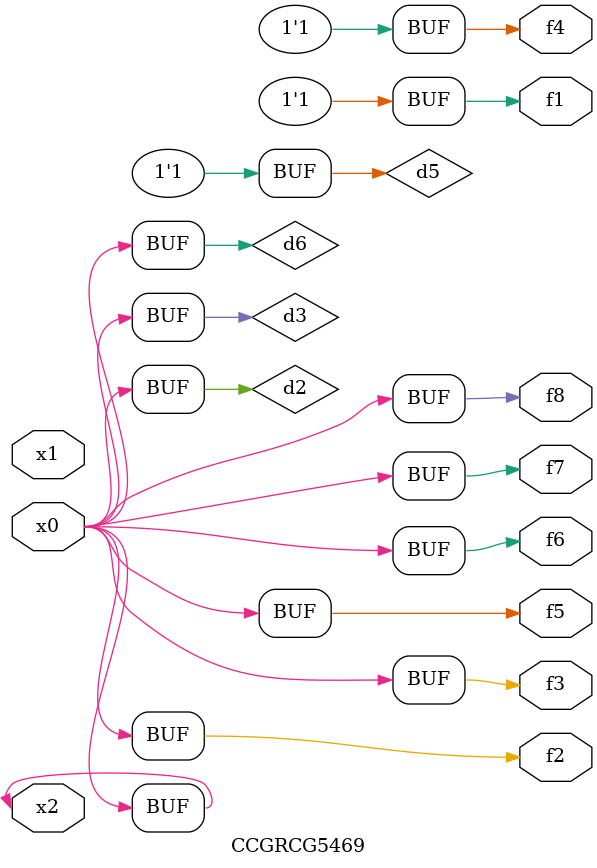
<source format=v>
module CCGRCG5469(
	input x0, x1, x2,
	output f1, f2, f3, f4, f5, f6, f7, f8
);

	wire d1, d2, d3, d4, d5, d6;

	xnor (d1, x2);
	buf (d2, x0, x2);
	and (d3, x0);
	xnor (d4, x1, x2);
	nand (d5, d1, d3);
	buf (d6, d2, d3);
	assign f1 = d5;
	assign f2 = d6;
	assign f3 = d6;
	assign f4 = d5;
	assign f5 = d6;
	assign f6 = d6;
	assign f7 = d6;
	assign f8 = d6;
endmodule

</source>
